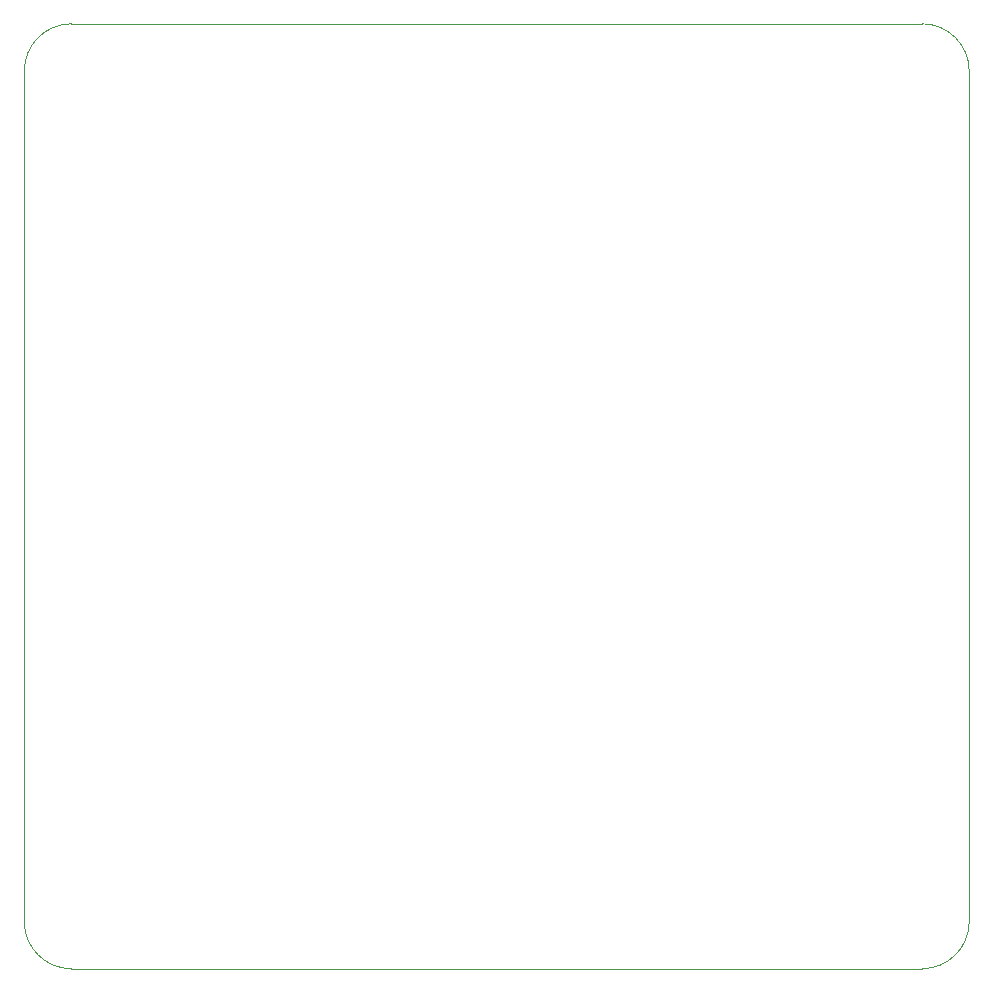
<source format=gbr>
%TF.GenerationSoftware,KiCad,Pcbnew,7.0.6*%
%TF.CreationDate,2023-12-02T19:53:02-07:00*%
%TF.ProjectId,H2 Sensor Board Lucy Rev 1,48322053-656e-4736-9f72-20426f617264,rev?*%
%TF.SameCoordinates,Original*%
%TF.FileFunction,Profile,NP*%
%FSLAX46Y46*%
G04 Gerber Fmt 4.6, Leading zero omitted, Abs format (unit mm)*
G04 Created by KiCad (PCBNEW 7.0.6) date 2023-12-02 19:53:02*
%MOMM*%
%LPD*%
G01*
G04 APERTURE LIST*
%TA.AperFunction,Profile*%
%ADD10C,0.100000*%
%TD*%
G04 APERTURE END LIST*
D10*
X91630000Y-149860000D02*
X163640000Y-149860000D01*
X163640000Y-69850000D02*
X91630000Y-69850000D01*
X87630000Y-145860000D02*
G75*
G03*
X91630000Y-149860000I4000000J0D01*
G01*
X167640000Y-145860000D02*
X167640000Y-73850000D01*
X91630000Y-69850000D02*
G75*
G03*
X87630000Y-73850000I0J-4000000D01*
G01*
X167640000Y-73850000D02*
G75*
G03*
X163640000Y-69850000I-4000000J0D01*
G01*
X87630000Y-73850000D02*
X87630000Y-145860000D01*
X163640000Y-149860000D02*
G75*
G03*
X167640000Y-145860000I0J4000000D01*
G01*
M02*

</source>
